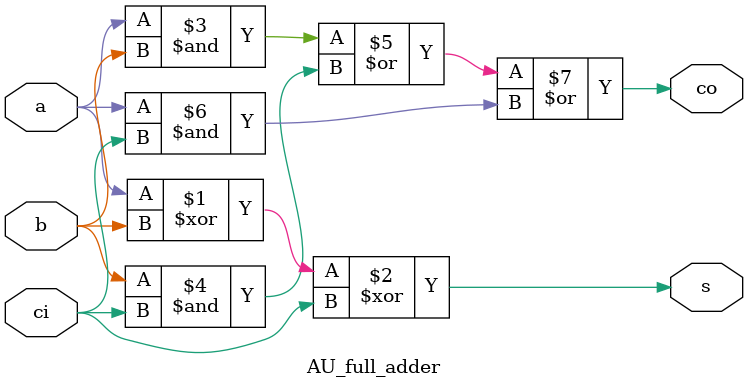
<source format=v>


module AU_full_adder (
    // Data interface
    input  a,   // augend
    input  b,   // addend
    input  ci,  // carry-in
    output s,   // sum
    output co   // carry-out
);


    // Structural model
    assign s = a ^ b ^ ci;
    assign co = (a & b) | (b & ci) | (a & ci);


endmodule

</source>
